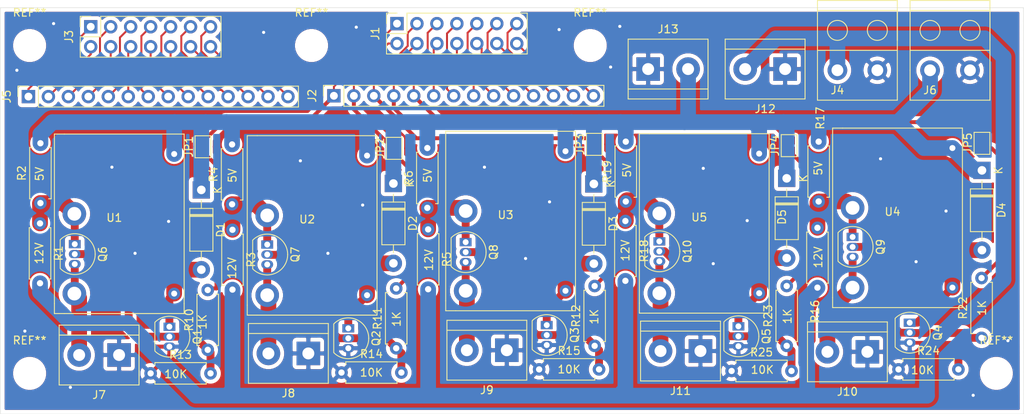
<source format=kicad_pcb>
(kicad_pcb (version 20171130) (host pcbnew "(5.1.9)-1")
  (layers (0 F.Cu signal) (31 B.Cu signal) (34 B.Paste user) (35 F.Paste user) (36 B.SilkS user) (37 F.SilkS user) (38 B.Mask user) (39 F.Mask user) (44 Edge.Cuts user))
  (net 0 "")
  (net 1 "Net-(D1-Pad2)")
  (net 2 +5V)
  (net 3 "Net-(D2-Pad2)")
  (net 4 "Net-(D3-Pad2)")
  (net 5 "Net-(D4-Pad2)")
  (net 6 "Net-(D5-Pad2)")
  (net 7 /sigA14)
  (net 8 /sigA13)
  (net 9 /sigA12)
  (net 10 /sigA11)
  (net 11 /sigA10)
  (net 12 /sigA9)
  (net 13 /sigA8)
  (net 14 /sigA7)
  (net 15 /sigA6)
  (net 16 /sigA5)
  (net 17 /sigA4)
  (net 18 /sigA3)
  (net 19 /sigA2)
  (net 20 /sigA1)
  (net 21 /sigB1)
  (net 22 /sigB2)
  (net 23 /sigB3)
  (net 24 /sigB4)
  (net 25 /sigB5)
  (net 26 /sigB6)
  (net 27 /sigB7)
  (net 28 /sigB8)
  (net 29 /sigB9)
  (net 30 /sigB10)
  (net 31 /sigB11)
  (net 32 /sigB12)
  (net 33 /sigB13)
  (net 34 /sigB14)
  (net 35 +12V)
  (net 36 GND)
  (net 37 "Net-(J7-Pad2)")
  (net 38 "Net-(J8-Pad2)")
  (net 39 "Net-(J9-Pad2)")
  (net 40 "Net-(J10-Pad2)")
  (net 41 "Net-(J11-Pad2)")
  (net 42 /RELAY1_CTRL)
  (net 43 /RELAY2_CTRL)
  (net 44 /RELAY3_CTRL)
  (net 45 /RELAY4_CTRL)
  (net 46 /RELAY5_CTRL)
  (net 47 "Net-(Q1-Pad2)")
  (net 48 "Net-(Q2-Pad2)")
  (net 49 "Net-(Q3-Pad2)")
  (net 50 "Net-(Q4-Pad2)")
  (net 51 "Net-(Q10-Pad2)")
  (net 52 "Net-(Q6-Pad1)")
  (net 53 "Net-(Q7-Pad1)")
  (net 54 "Net-(Q8-Pad1)")
  (net 55 "Net-(Q9-Pad1)")
  (net 56 "Net-(Q10-Pad1)")
  (module MountingHole:MountingHole_3.2mm_M3 (layer F.Cu) (at 114.7064 74.3204)
    (fp_text reference REF** (at 0 -4.2) (layer F.SilkS))
    (fp_text value MountingHole_3.2mm_M3)
    (pad 1 np_thru_hole circle (at 0 0) (size 3.2 3.2) (drill 3.2) (layers *.Cu *.Mask))
  )
  (module MountingHole:MountingHole_3.2mm_M3 (layer F.Cu) (at 150.1648 74.3204)
    (fp_text reference REF** (at 0 -4.2) (layer F.SilkS))
    (fp_text value MountingHole_3.2mm_M3)
    (pad 1 np_thru_hole circle (at 0 0) (size 3.2 3.2) (drill 3.2) (layers *.Cu *.Mask))
  )
  (module MountingHole:MountingHole_3.2mm_M3 (layer F.Cu) (at 201.8284 116.078)
    (fp_text reference REF** (at 0 -4.2) (layer F.SilkS))
    (fp_text value MountingHole_3.2mm_M3)
    (pad 1 np_thru_hole circle (at 0 0) (size 3.2 3.2) (drill 3.2) (layers *.Cu *.Mask))
  )
  (module MountingHole:MountingHole_3.2mm_M3 (layer F.Cu) (at 78.8416 116.078)
    (fp_text reference REF** (at 0 -4.2) (layer F.SilkS))
    (fp_text value MountingHole_3.2mm_M3)
    (pad 1 np_thru_hole circle (at 0 0) (size 3.2 3.2) (drill 3.2) (layers *.Cu *.Mask))
  )
  (module MountingHole:MountingHole_3.2mm_M3 (layer F.Cu) (at 78.8416 74.3204)
    (fp_text reference REF** (at 0 -4.2) (layer F.SilkS))
    (fp_text value MountingHole_3.2mm_M3)
    (pad 1 np_thru_hole circle (at 0 0) (size 3.2 3.2) (drill 3.2) (layers *.Cu *.Mask))
  )
  (module Diode_THT:D_DO-41_SOD81_P10.16mm_Horizontal (layer F.Cu) (at 100.6856 92.71 270)
    (fp_text reference D1 (at 5.08 -2.47 90) (layer F.SilkS))
    (fp_text value 1N5818)
    (fp_text user K (at 0 -2.1 90) (layer F.SilkS))
    (pad 2 thru_hole oval (at 10.16 0 270) (size 2.2 2.2) (drill 1.1) (layers *.Cu *.Mask) (net 1 "Net-(D1-Pad2)"))
    (pad 1 thru_hole rect (at 0 0 270) (size 2.2 2.2) (drill 1.1) (layers *.Cu *.Mask) (net 2 +5V))
  )
  (module Diode_THT:D_DO-41_SOD81_P10.16mm_Horizontal (layer F.Cu) (at 125.1204 91.8972 270)
    (fp_text reference D2 (at 5.08 -2.47 90) (layer F.SilkS))
    (fp_text value 1N5818)
    (fp_text user K (at 0 -2.1 90) (layer F.SilkS))
    (pad 1 thru_hole rect (at 0 0 270) (size 2.2 2.2) (drill 1.1) (layers *.Cu *.Mask) (net 2 +5V))
    (pad 2 thru_hole oval (at 10.16 0 270) (size 2.2 2.2) (drill 1.1) (layers *.Cu *.Mask) (net 3 "Net-(D2-Pad2)"))
  )
  (module Diode_THT:D_DO-41_SOD81_P10.16mm_Horizontal (layer F.Cu) (at 150.622 91.948 270)
    (fp_text reference D3 (at 5.08 -2.47 90) (layer F.SilkS))
    (fp_text value 1N5818)
    (fp_text user K (at 0 -2.1 90) (layer F.SilkS))
    (pad 1 thru_hole rect (at 0 0 270) (size 2.2 2.2) (drill 1.1) (layers *.Cu *.Mask) (net 2 +5V))
    (pad 2 thru_hole oval (at 10.16 0 270) (size 2.2 2.2) (drill 1.1) (layers *.Cu *.Mask) (net 4 "Net-(D3-Pad2)"))
  )
  (module Diode_THT:D_DO-41_SOD81_P10.16mm_Horizontal (layer F.Cu) (at 199.9996 90.2208 270)
    (fp_text reference D4 (at 5.08 -2.47 90) (layer F.SilkS))
    (fp_text value 1N5818)
    (fp_text user K (at 0 -2.1 90) (layer F.SilkS))
    (pad 1 thru_hole rect (at 0 0 270) (size 2.2 2.2) (drill 1.1) (layers *.Cu *.Mask) (net 2 +5V))
    (pad 2 thru_hole oval (at 10.16 0 270) (size 2.2 2.2) (drill 1.1) (layers *.Cu *.Mask) (net 5 "Net-(D4-Pad2)"))
  )
  (module Diode_THT:D_DO-41_SOD81_P10.16mm_Horizontal (layer F.Cu) (at 175.1584 91.2368 270)
    (fp_text reference D5 (at 4.9276 0.6096 90) (layer F.SilkS))
    (fp_text value 1N5818)
    (fp_text user K (at 0 -2.1 90) (layer F.SilkS))
    (pad 2 thru_hole oval (at 10.16 0 270) (size 2.2 2.2) (drill 1.1) (layers *.Cu *.Mask) (net 6 "Net-(D5-Pad2)"))
    (pad 1 thru_hole rect (at 0 0 270) (size 2.2 2.2) (drill 1.1) (layers *.Cu *.Mask) (net 2 +5V))
  )
  (module Connector_PinSocket_2.54mm:PinSocket_2x07_P2.54mm_Vertical (layer F.Cu) (at 125.5776 71.5264 90)
    (fp_text reference J1 (at -1.27 -2.77 90) (layer F.SilkS))
    (fp_text value Conn_02x07_Odd_Even)
    (pad 14 thru_hole oval (at -2.54 15.24 90) (size 1.7 1.7) (drill 1) (layers *.Cu *.Mask) (net 7 /sigA14))
    (pad 13 thru_hole oval (at 0 15.24 90) (size 1.7 1.7) (drill 1) (layers *.Cu *.Mask) (net 8 /sigA13))
    (pad 12 thru_hole oval (at -2.54 12.7 90) (size 1.7 1.7) (drill 1) (layers *.Cu *.Mask) (net 9 /sigA12))
    (pad 11 thru_hole oval (at 0 12.7 90) (size 1.7 1.7) (drill 1) (layers *.Cu *.Mask) (net 10 /sigA11))
    (pad 10 thru_hole oval (at -2.54 10.16 90) (size 1.7 1.7) (drill 1) (layers *.Cu *.Mask) (net 11 /sigA10))
    (pad 9 thru_hole oval (at 0 10.16 90) (size 1.7 1.7) (drill 1) (layers *.Cu *.Mask) (net 12 /sigA9))
    (pad 8 thru_hole oval (at -2.54 7.62 90) (size 1.7 1.7) (drill 1) (layers *.Cu *.Mask) (net 13 /sigA8))
    (pad 7 thru_hole oval (at 0 7.62 90) (size 1.7 1.7) (drill 1) (layers *.Cu *.Mask) (net 14 /sigA7))
    (pad 6 thru_hole oval (at -2.54 5.08 90) (size 1.7 1.7) (drill 1) (layers *.Cu *.Mask) (net 15 /sigA6))
    (pad 5 thru_hole oval (at 0 5.08 90) (size 1.7 1.7) (drill 1) (layers *.Cu *.Mask) (net 16 /sigA5))
    (pad 4 thru_hole oval (at -2.54 2.54 90) (size 1.7 1.7) (drill 1) (layers *.Cu *.Mask) (net 17 /sigA4))
    (pad 3 thru_hole oval (at 0 2.54 90) (size 1.7 1.7) (drill 1) (layers *.Cu *.Mask) (net 18 /sigA3))
    (pad 2 thru_hole oval (at -2.54 0 90) (size 1.7 1.7) (drill 1) (layers *.Cu *.Mask) (net 19 /sigA2))
    (pad 1 thru_hole rect (at 0 0 90) (size 1.7 1.7) (drill 1) (layers *.Cu *.Mask) (net 20 /sigA1))
  )
  (module Connector_PinSocket_2.54mm:PinSocket_1x14_P2.54mm_Vertical (layer F.Cu) (at 117.5512 80.7212 90)
    (fp_text reference J2 (at 0 -2.77 90) (layer F.SilkS))
    (fp_text value Conn_01x14)
    (pad 1 thru_hole rect (at 0 0 90) (size 1.7 1.7) (drill 1) (layers *.Cu *.Mask) (net 20 /sigA1))
    (pad 2 thru_hole oval (at 0 2.54 90) (size 1.7 1.7) (drill 1) (layers *.Cu *.Mask) (net 19 /sigA2))
    (pad 3 thru_hole oval (at 0 5.08 90) (size 1.7 1.7) (drill 1) (layers *.Cu *.Mask) (net 18 /sigA3))
    (pad 4 thru_hole oval (at 0 7.62 90) (size 1.7 1.7) (drill 1) (layers *.Cu *.Mask) (net 17 /sigA4))
    (pad 5 thru_hole oval (at 0 10.16 90) (size 1.7 1.7) (drill 1) (layers *.Cu *.Mask) (net 16 /sigA5))
    (pad 6 thru_hole oval (at 0 12.7 90) (size 1.7 1.7) (drill 1) (layers *.Cu *.Mask) (net 15 /sigA6))
    (pad 7 thru_hole oval (at 0 15.24 90) (size 1.7 1.7) (drill 1) (layers *.Cu *.Mask) (net 14 /sigA7))
    (pad 8 thru_hole oval (at 0 17.78 90) (size 1.7 1.7) (drill 1) (layers *.Cu *.Mask) (net 13 /sigA8))
    (pad 9 thru_hole oval (at 0 20.32 90) (size 1.7 1.7) (drill 1) (layers *.Cu *.Mask) (net 12 /sigA9))
    (pad 10 thru_hole oval (at 0 22.86 90) (size 1.7 1.7) (drill 1) (layers *.Cu *.Mask) (net 11 /sigA10))
    (pad 11 thru_hole oval (at 0 25.4 90) (size 1.7 1.7) (drill 1) (layers *.Cu *.Mask) (net 10 /sigA11))
    (pad 12 thru_hole oval (at 0 27.94 90) (size 1.7 1.7) (drill 1) (layers *.Cu *.Mask) (net 9 /sigA12))
    (pad 13 thru_hole oval (at 0 30.48 90) (size 1.7 1.7) (drill 1) (layers *.Cu *.Mask) (net 8 /sigA13))
    (pad 14 thru_hole oval (at 0 33.02 90) (size 1.7 1.7) (drill 1) (layers *.Cu *.Mask) (net 7 /sigA14))
  )
  (module Connector_PinSocket_2.54mm:PinSocket_2x07_P2.54mm_Vertical (layer F.Cu) (at 86.614 71.9328 90)
    (fp_text reference J3 (at -1.27 -2.77 90) (layer F.SilkS))
    (fp_text value Conn_02x07_Odd_Even)
    (pad 1 thru_hole rect (at 0 0 90) (size 1.7 1.7) (drill 1) (layers *.Cu *.Mask) (net 21 /sigB1))
    (pad 2 thru_hole oval (at -2.54 0 90) (size 1.7 1.7) (drill 1) (layers *.Cu *.Mask) (net 22 /sigB2))
    (pad 3 thru_hole oval (at 0 2.54 90) (size 1.7 1.7) (drill 1) (layers *.Cu *.Mask) (net 23 /sigB3))
    (pad 4 thru_hole oval (at -2.54 2.54 90) (size 1.7 1.7) (drill 1) (layers *.Cu *.Mask) (net 24 /sigB4))
    (pad 5 thru_hole oval (at 0 5.08 90) (size 1.7 1.7) (drill 1) (layers *.Cu *.Mask) (net 25 /sigB5))
    (pad 6 thru_hole oval (at -2.54 5.08 90) (size 1.7 1.7) (drill 1) (layers *.Cu *.Mask) (net 26 /sigB6))
    (pad 7 thru_hole oval (at 0 7.62 90) (size 1.7 1.7) (drill 1) (layers *.Cu *.Mask) (net 27 /sigB7))
    (pad 8 thru_hole oval (at -2.54 7.62 90) (size 1.7 1.7) (drill 1) (layers *.Cu *.Mask) (net 28 /sigB8))
    (pad 9 thru_hole oval (at 0 10.16 90) (size 1.7 1.7) (drill 1) (layers *.Cu *.Mask) (net 29 /sigB9))
    (pad 10 thru_hole oval (at -2.54 10.16 90) (size 1.7 1.7) (drill 1) (layers *.Cu *.Mask) (net 30 /sigB10))
    (pad 11 thru_hole oval (at 0 12.7 90) (size 1.7 1.7) (drill 1) (layers *.Cu *.Mask) (net 31 /sigB11))
    (pad 12 thru_hole oval (at -2.54 12.7 90) (size 1.7 1.7) (drill 1) (layers *.Cu *.Mask) (net 32 /sigB12))
    (pad 13 thru_hole oval (at 0 15.24 90) (size 1.7 1.7) (drill 1) (layers *.Cu *.Mask) (net 33 /sigB13))
    (pad 14 thru_hole oval (at -2.54 15.24 90) (size 1.7 1.7) (drill 1) (layers *.Cu *.Mask) (net 34 /sigB14))
  )
  (module Connector_PinSocket_2.54mm:PinSocket_1x14_P2.54mm_Vertical (layer F.Cu) (at 78.6892 80.8228 90)
    (fp_text reference J5 (at 0 -2.77 90) (layer F.SilkS))
    (fp_text value Conn_01x14)
    (pad 14 thru_hole oval (at 0 33.02 90) (size 1.7 1.7) (drill 1) (layers *.Cu *.Mask) (net 34 /sigB14))
    (pad 13 thru_hole oval (at 0 30.48 90) (size 1.7 1.7) (drill 1) (layers *.Cu *.Mask) (net 33 /sigB13))
    (pad 12 thru_hole oval (at 0 27.94 90) (size 1.7 1.7) (drill 1) (layers *.Cu *.Mask) (net 32 /sigB12))
    (pad 11 thru_hole oval (at 0 25.4 90) (size 1.7 1.7) (drill 1) (layers *.Cu *.Mask) (net 31 /sigB11))
    (pad 10 thru_hole oval (at 0 22.86 90) (size 1.7 1.7) (drill 1) (layers *.Cu *.Mask) (net 30 /sigB10))
    (pad 9 thru_hole oval (at 0 20.32 90) (size 1.7 1.7) (drill 1) (layers *.Cu *.Mask) (net 29 /sigB9))
    (pad 8 thru_hole oval (at 0 17.78 90) (size 1.7 1.7) (drill 1) (layers *.Cu *.Mask) (net 28 /sigB8))
    (pad 7 thru_hole oval (at 0 15.24 90) (size 1.7 1.7) (drill 1) (layers *.Cu *.Mask) (net 27 /sigB7))
    (pad 6 thru_hole oval (at 0 12.7 90) (size 1.7 1.7) (drill 1) (layers *.Cu *.Mask) (net 26 /sigB6))
    (pad 5 thru_hole oval (at 0 10.16 90) (size 1.7 1.7) (drill 1) (layers *.Cu *.Mask) (net 25 /sigB5))
    (pad 4 thru_hole oval (at 0 7.62 90) (size 1.7 1.7) (drill 1) (layers *.Cu *.Mask) (net 24 /sigB4))
    (pad 3 thru_hole oval (at 0 5.08 90) (size 1.7 1.7) (drill 1) (layers *.Cu *.Mask) (net 23 /sigB3))
    (pad 2 thru_hole oval (at 0 2.54 90) (size 1.7 1.7) (drill 1) (layers *.Cu *.Mask) (net 22 /sigB2))
    (pad 1 thru_hole rect (at 0 0 90) (size 1.7 1.7) (drill 1) (layers *.Cu *.Mask) (net 21 /sigB1))
  )
  (module Jumper:SolderJumper-2_P1.3mm_Bridged_Pad1.0x1.5mm (layer F.Cu) (at 100.8888 87.2132 90)
    (fp_text reference JP1 (at 0 -1.8 90) (layer F.SilkS))
    (fp_text value SolderJumper_2_Bridged)
    (fp_poly (pts (xy -0.25 -0.3) (xy 0.25 -0.3) (xy 0.25 0.3) (xy -0.25 0.3)) (layer F.Cu) (width 0))
    (pad 1 smd rect (at -0.65 0 90) (size 1 1.5) (layers F.Cu F.Mask) (net 42 /RELAY1_CTRL))
    (pad 2 smd rect (at 0.65 0 90) (size 1 1.5) (layers F.Cu F.Mask) (net 20 /sigA1))
  )
  (module Jumper:SolderJumper-2_P1.3mm_Bridged_Pad1.0x1.5mm (layer F.Cu) (at 125.222 87.4164 90)
    (fp_text reference JP2 (at 0 -1.8 90) (layer F.SilkS))
    (fp_text value SolderJumper_2_Bridged)
    (fp_poly (pts (xy -0.25 -0.3) (xy 0.25 -0.3) (xy 0.25 0.3) (xy -0.25 0.3)) (layer F.Cu) (width 0))
    (pad 2 smd rect (at 0.65 0 90) (size 1 1.5) (layers F.Cu F.Mask) (net 19 /sigA2))
    (pad 1 smd rect (at -0.65 0 90) (size 1 1.5) (layers F.Cu F.Mask) (net 43 /RELAY2_CTRL))
  )
  (module Jumper:SolderJumper-2_P1.3mm_Bridged_Pad1.0x1.5mm (layer F.Cu) (at 150.6728 86.9084 90)
    (fp_text reference JP3 (at 0 -1.8 90) (layer F.SilkS))
    (fp_text value SolderJumper_2_Bridged)
    (fp_poly (pts (xy -0.25 -0.3) (xy 0.25 -0.3) (xy 0.25 0.3) (xy -0.25 0.3)) (layer F.Cu) (width 0))
    (pad 1 smd rect (at -0.65 0 90) (size 1 1.5) (layers F.Cu F.Mask) (net 44 /RELAY3_CTRL))
    (pad 2 smd rect (at 0.65 0 90) (size 1 1.5) (layers F.Cu F.Mask) (net 18 /sigA3))
  )
  (module Jumper:SolderJumper-2_P1.3mm_Bridged_Pad1.0x1.5mm (layer F.Cu) (at 175.4632 87.0712 90)
    (fp_text reference JP4 (at 0 -1.8 90) (layer F.SilkS))
    (fp_text value SolderJumper_2_Bridged)
    (fp_poly (pts (xy -0.25 -0.3) (xy 0.25 -0.3) (xy 0.25 0.3) (xy -0.25 0.3)) (layer F.Cu) (width 0))
    (pad 2 smd rect (at 0.65 0 90) (size 1 1.5) (layers F.Cu F.Mask) (net 17 /sigA4))
    (pad 1 smd rect (at -0.65 0 90) (size 1 1.5) (layers F.Cu F.Mask) (net 45 /RELAY4_CTRL))
  )
  (module Jumper:SolderJumper-2_P1.3mm_Bridged_Pad1.0x1.5mm (layer F.Cu) (at 199.9996 86.7768 90)
    (fp_text reference JP5 (at 0 -1.8 90) (layer F.SilkS))
    (fp_text value SolderJumper_2_Bridged)
    (fp_poly (pts (xy -0.25 -0.3) (xy 0.25 -0.3) (xy 0.25 0.3) (xy -0.25 0.3)) (layer F.Cu) (width 0))
    (pad 1 smd rect (at -0.65 0 90) (size 1 1.5) (layers F.Cu F.Mask) (net 46 /RELAY5_CTRL))
    (pad 2 smd rect (at 0.65 0 90) (size 1 1.5) (layers F.Cu F.Mask) (net 16 /sigA5))
  )
  (module Package_TO_SOT_THT:TO-92_Inline (layer F.Cu) (at 96.6216 110.1344 270)
    (fp_text reference Q1 (at 1.27 -3.56 90) (layer F.SilkS))
    (fp_text value BC337)
    (pad 1 thru_hole rect (at 0 0 270) (size 1.05 1.5) (drill 0.75) (layers *.Cu *.Mask) (net 1 "Net-(D1-Pad2)"))
    (pad 3 thru_hole oval (at 2.54 0 270) (size 1.05 1.5) (drill 0.75) (layers *.Cu *.Mask) (net 36 GND))
    (pad 2 thru_hole oval (at 1.27 0 270) (size 1.05 1.5) (drill 0.75) (layers *.Cu *.Mask) (net 47 "Net-(Q1-Pad2)"))
  )
  (module Package_TO_SOT_THT:TO-92_Inline (layer F.Cu) (at 119.38 110.3376 270)
    (fp_text reference Q2 (at 1.27 -3.56 90) (layer F.SilkS))
    (fp_text value BC337)
    (pad 2 thru_hole oval (at 1.27 0 270) (size 1.05 1.5) (drill 0.75) (layers *.Cu *.Mask) (net 48 "Net-(Q2-Pad2)"))
    (pad 3 thru_hole oval (at 2.54 0 270) (size 1.05 1.5) (drill 0.75) (layers *.Cu *.Mask) (net 36 GND))
    (pad 1 thru_hole rect (at 0 0 270) (size 1.05 1.5) (drill 0.75) (layers *.Cu *.Mask) (net 3 "Net-(D2-Pad2)"))
  )
  (module Package_TO_SOT_THT:TO-92_Inline (layer F.Cu) (at 144.6276 109.9312 270)
    (fp_text reference Q3 (at 1.27 -3.56 90) (layer F.SilkS))
    (fp_text value BC337)
    (pad 2 thru_hole oval (at 1.27 0 270) (size 1.05 1.5) (drill 0.75) (layers *.Cu *.Mask) (net 49 "Net-(Q3-Pad2)"))
    (pad 3 thru_hole oval (at 2.54 0 270) (size 1.05 1.5) (drill 0.75) (layers *.Cu *.Mask) (net 36 GND))
    (pad 1 thru_hole rect (at 0 0 270) (size 1.05 1.5) (drill 0.75) (layers *.Cu *.Mask) (net 4 "Net-(D3-Pad2)"))
  )
  (module Package_TO_SOT_THT:TO-92_Inline (layer F.Cu) (at 190.8048 109.6264 270)
    (fp_text reference Q4 (at 1.27 -3.56 90) (layer F.SilkS))
    (fp_text value BC337)
    (pad 1 thru_hole rect (at 0 0 270) (size 1.05 1.5) (drill 0.75) (layers *.Cu *.Mask) (net 5 "Net-(D4-Pad2)"))
    (pad 3 thru_hole oval (at 2.54 0 270) (size 1.05 1.5) (drill 0.75) (layers *.Cu *.Mask) (net 36 GND))
    (pad 2 thru_hole oval (at 1.27 0 270) (size 1.05 1.5) (drill 0.75) (layers *.Cu *.Mask) (net 50 "Net-(Q4-Pad2)"))
  )
  (module Package_TO_SOT_THT:TO-92_Inline (layer F.Cu) (at 169.0116 110.0836 270)
    (fp_text reference Q5 (at 1.27 -3.56 90) (layer F.SilkS))
    (fp_text value BC337)
    (pad 2 thru_hole oval (at 1.27 0 270) (size 1.05 1.5) (drill 0.75) (layers *.Cu *.Mask) (net 51 "Net-(Q10-Pad2)"))
    (pad 3 thru_hole oval (at 2.54 0 270) (size 1.05 1.5) (drill 0.75) (layers *.Cu *.Mask) (net 36 GND))
    (pad 1 thru_hole rect (at 0 0 270) (size 1.05 1.5) (drill 0.75) (layers *.Cu *.Mask) (net 6 "Net-(D5-Pad2)"))
  )
  (module Resistor_THT:R_Axial_DIN0207_L6.3mm_D2.5mm_P7.62mm_Horizontal (layer F.Cu) (at 80.1624 96.9772 270)
    (fp_text reference R1 (at 3.81 -2.37 90) (layer F.SilkS))
    (fp_text value 0)
    (pad 1 thru_hole circle (at 0 0 270) (size 1.6 1.6) (drill 0.8) (layers *.Cu *.Mask) (net 52 "Net-(Q6-Pad1)"))
    (pad 2 thru_hole oval (at 7.62 0 270) (size 1.6 1.6) (drill 0.8) (layers *.Cu *.Mask) (net 35 +12V))
  )
  (module Resistor_THT:R_Axial_DIN0207_L6.3mm_D2.5mm_P7.62mm_Horizontal (layer F.Cu) (at 80.2132 94.3864 90)
    (fp_text reference R2 (at 3.81 -2.37 90) (layer F.SilkS))
    (fp_text value 0)
    (pad 2 thru_hole oval (at 7.62 0 90) (size 1.6 1.6) (drill 0.8) (layers *.Cu *.Mask) (net 2 +5V))
    (pad 1 thru_hole circle (at 0 0 90) (size 1.6 1.6) (drill 0.8) (layers *.Cu *.Mask) (net 52 "Net-(Q6-Pad1)"))
  )
  (module Resistor_THT:R_Axial_DIN0207_L6.3mm_D2.5mm_P7.62mm_Horizontal (layer F.Cu) (at 104.648 97.79 270)
    (fp_text reference R3 (at 3.81 -2.37 90) (layer F.SilkS))
    (fp_text value 0)
    (pad 2 thru_hole oval (at 7.62 0 270) (size 1.6 1.6) (drill 0.8) (layers *.Cu *.Mask) (net 35 +12V))
    (pad 1 thru_hole circle (at 0 0 270) (size 1.6 1.6) (drill 0.8) (layers *.Cu *.Mask) (net 53 "Net-(Q7-Pad1)"))
  )
  (module Resistor_THT:R_Axial_DIN0207_L6.3mm_D2.5mm_P7.62mm_Horizontal (layer F.Cu) (at 104.5972 94.5388 90)
    (fp_text reference R4 (at 3.81 -2.37 90) (layer F.SilkS))
    (fp_text value 0)
    (pad 1 thru_hole circle (at 0 0 90) (size 1.6 1.6) (drill 0.8) (layers *.Cu *.Mask) (net 53 "Net-(Q7-Pad1)"))
    (pad 2 thru_hole oval (at 7.62 0 90) (size 1.6 1.6) (drill 0.8) (layers *.Cu *.Mask) (net 2 +5V))
  )
  (module Resistor_THT:R_Axial_DIN0207_L6.3mm_D2.5mm_P7.62mm_Horizontal (layer F.Cu) (at 129.54 97.7392 270)
    (fp_text reference R5 (at 3.81 -2.37 90) (layer F.SilkS))
    (fp_text value 0)
    (pad 1 thru_hole circle (at 0 0 270) (size 1.6 1.6) (drill 0.8) (layers *.Cu *.Mask) (net 54 "Net-(Q8-Pad1)"))
    (pad 2 thru_hole oval (at 7.62 0 270) (size 1.6 1.6) (drill 0.8) (layers *.Cu *.Mask) (net 35 +12V))
  )
  (module Resistor_THT:R_Axial_DIN0207_L6.3mm_D2.5mm_P7.62mm_Horizontal (layer F.Cu) (at 129.4384 94.996 90)
    (fp_text reference R6 (at 3.81 -2.37 90) (layer F.SilkS))
    (fp_text value 0)
    (pad 2 thru_hole oval (at 7.62 0 90) (size 1.6 1.6) (drill 0.8) (layers *.Cu *.Mask) (net 2 +5V))
    (pad 1 thru_hole circle (at 0 0 90) (size 1.6 1.6) (drill 0.8) (layers *.Cu *.Mask) (net 54 "Net-(Q8-Pad1)"))
  )
  (module Resistor_THT:R_Axial_DIN0207_L6.3mm_D2.5mm_P7.62mm_Horizontal (layer F.Cu) (at 101.4984 113.0808 90)
    (fp_text reference R10 (at 3.81 -2.37 90) (layer F.SilkS))
    (fp_text value 1K)
    (pad 1 thru_hole circle (at 0 0 90) (size 1.6 1.6) (drill 0.8) (layers *.Cu *.Mask) (net 47 "Net-(Q1-Pad2)"))
    (pad 2 thru_hole oval (at 7.62 0 90) (size 1.6 1.6) (drill 0.8) (layers *.Cu *.Mask) (net 42 /RELAY1_CTRL))
  )
  (module Resistor_THT:R_Axial_DIN0207_L6.3mm_D2.5mm_P7.62mm_Horizontal (layer F.Cu) (at 125.476 112.8776 90)
    (fp_text reference R11 (at 3.81 -2.37 90) (layer F.SilkS))
    (fp_text value 1K)
    (pad 1 thru_hole circle (at 0 0 90) (size 1.6 1.6) (drill 0.8) (layers *.Cu *.Mask) (net 48 "Net-(Q2-Pad2)"))
    (pad 2 thru_hole oval (at 7.62 0 90) (size 1.6 1.6) (drill 0.8) (layers *.Cu *.Mask) (net 43 /RELAY2_CTRL))
  )
  (module Resistor_THT:R_Axial_DIN0207_L6.3mm_D2.5mm_P7.62mm_Horizontal (layer F.Cu) (at 150.7236 112.5728 90)
    (fp_text reference R12 (at 3.81 -2.37 90) (layer F.SilkS))
    (fp_text value 1K)
    (pad 2 thru_hole oval (at 7.62 0 90) (size 1.6 1.6) (drill 0.8) (layers *.Cu *.Mask) (net 44 /RELAY3_CTRL))
    (pad 1 thru_hole circle (at 0 0 90) (size 1.6 1.6) (drill 0.8) (layers *.Cu *.Mask) (net 49 "Net-(Q3-Pad2)"))
  )
  (module Resistor_THT:R_Axial_DIN0207_L6.3mm_D2.5mm_P7.62mm_Horizontal (layer F.Cu) (at 94.234 116.078)
    (fp_text reference R13 (at 3.81 -2.37) (layer F.SilkS))
    (fp_text value 10K)
    (pad 1 thru_hole circle (at 0 0) (size 1.6 1.6) (drill 0.8) (layers *.Cu *.Mask) (net 36 GND))
    (pad 2 thru_hole oval (at 7.62 0) (size 1.6 1.6) (drill 0.8) (layers *.Cu *.Mask) (net 47 "Net-(Q1-Pad2)"))
  )
  (module Resistor_THT:R_Axial_DIN0207_L6.3mm_D2.5mm_P7.62mm_Horizontal (layer F.Cu) (at 118.5164 115.9764)
    (fp_text reference R14 (at 3.81 -2.37) (layer F.SilkS))
    (fp_text value 10K)
    (pad 2 thru_hole oval (at 7.62 0) (size 1.6 1.6) (drill 0.8) (layers *.Cu *.Mask) (net 48 "Net-(Q2-Pad2)"))
    (pad 1 thru_hole circle (at 0 0) (size 1.6 1.6) (drill 0.8) (layers *.Cu *.Mask) (net 36 GND))
  )
  (module Resistor_THT:R_Axial_DIN0207_L6.3mm_D2.5mm_P7.62mm_Horizontal (layer F.Cu) (at 143.6624 115.57)
    (fp_text reference R15 (at 3.81 -2.37) (layer F.SilkS))
    (fp_text value 10K)
    (pad 1 thru_hole circle (at 0 0) (size 1.6 1.6) (drill 0.8) (layers *.Cu *.Mask) (net 36 GND))
    (pad 2 thru_hole oval (at 7.62 0) (size 1.6 1.6) (drill 0.8) (layers *.Cu *.Mask) (net 49 "Net-(Q3-Pad2)"))
  )
  (module Resistor_THT:R_Axial_DIN0207_L6.3mm_D2.5mm_P7.62mm_Horizontal (layer F.Cu) (at 179.07 97.536 270)
    (fp_text reference R16 (at 10.6172 0.3048 90) (layer F.SilkS))
    (fp_text value 0)
    (pad 1 thru_hole circle (at 0 0 270) (size 1.6 1.6) (drill 0.8) (layers *.Cu *.Mask) (net 55 "Net-(Q9-Pad1)"))
    (pad 2 thru_hole oval (at 7.62 0 270) (size 1.6 1.6) (drill 0.8) (layers *.Cu *.Mask) (net 35 +12V))
  )
  (module Resistor_THT:R_Axial_DIN0207_L6.3mm_D2.5mm_P7.62mm_Horizontal (layer F.Cu) (at 179.2224 94.1832 90)
    (fp_text reference R17 (at 10.6172 0.2032 90) (layer F.SilkS))
    (fp_text value 0)
    (pad 1 thru_hole circle (at 0 0 90) (size 1.6 1.6) (drill 0.8) (layers *.Cu *.Mask) (net 55 "Net-(Q9-Pad1)"))
    (pad 2 thru_hole oval (at 7.62 0 90) (size 1.6 1.6) (drill 0.8) (layers *.Cu *.Mask) (net 2 +5V))
  )
  (module Resistor_THT:R_Axial_DIN0207_L6.3mm_D2.5mm_P7.62mm_Horizontal (layer F.Cu) (at 154.6352 96.6724 270)
    (fp_text reference R18 (at 3.81 -2.37 90) (layer F.SilkS))
    (fp_text value 0)
    (pad 1 thru_hole circle (at 0 0 270) (size 1.6 1.6) (drill 0.8) (layers *.Cu *.Mask) (net 56 "Net-(Q10-Pad1)"))
    (pad 2 thru_hole oval (at 7.62 0 270) (size 1.6 1.6) (drill 0.8) (layers *.Cu *.Mask) (net 35 +12V))
  )
  (module Resistor_THT:R_Axial_DIN0207_L6.3mm_D2.5mm_P7.62mm_Horizontal (layer F.Cu) (at 154.686 94.1832 90)
    (fp_text reference R19 (at 3.81 -2.37 90) (layer F.SilkS))
    (fp_text value 0)
    (pad 2 thru_hole oval (at 7.62 0 90) (size 1.6 1.6) (drill 0.8) (layers *.Cu *.Mask) (net 2 +5V))
    (pad 1 thru_hole circle (at 0 0 90) (size 1.6 1.6) (drill 0.8) (layers *.Cu *.Mask) (net 56 "Net-(Q10-Pad1)"))
  )
  (module Resistor_THT:R_Axial_DIN0207_L6.3mm_D2.5mm_P7.62mm_Horizontal (layer F.Cu) (at 199.9488 111.5568 90)
    (fp_text reference R22 (at 3.81 -2.37 90) (layer F.SilkS))
    (fp_text value 1K)
    (pad 2 thru_hole oval (at 7.62 0 90) (size 1.6 1.6) (drill 0.8) (layers *.Cu *.Mask) (net 46 /RELAY5_CTRL))
    (pad 1 thru_hole circle (at 0 0 90) (size 1.6 1.6) (drill 0.8) (layers *.Cu *.Mask) (net 50 "Net-(Q4-Pad2)"))
  )
  (module Resistor_THT:R_Axial_DIN0207_L6.3mm_D2.5mm_P7.62mm_Horizontal (layer F.Cu) (at 175.1584 112.5728 90)
    (fp_text reference R23 (at 3.81 -2.37 90) (layer F.SilkS))
    (fp_text value 1K)
    (pad 2 thru_hole oval (at 7.62 0 90) (size 1.6 1.6) (drill 0.8) (layers *.Cu *.Mask) (net 45 /RELAY4_CTRL))
    (pad 1 thru_hole circle (at 0 0 90) (size 1.6 1.6) (drill 0.8) (layers *.Cu *.Mask) (net 51 "Net-(Q10-Pad2)"))
  )
  (module Resistor_THT:R_Axial_DIN0207_L6.3mm_D2.5mm_P7.62mm_Horizontal (layer F.Cu) (at 189.3824 115.57)
    (fp_text reference R24 (at 3.81 -2.37) (layer F.SilkS))
    (fp_text value 10K)
    (pad 1 thru_hole circle (at 0 0) (size 1.6 1.6) (drill 0.8) (layers *.Cu *.Mask) (net 36 GND))
    (pad 2 thru_hole oval (at 7.62 0) (size 1.6 1.6) (drill 0.8) (layers *.Cu *.Mask) (net 50 "Net-(Q4-Pad2)"))
  )
  (module Resistor_THT:R_Axial_DIN0207_L6.3mm_D2.5mm_P7.62mm_Horizontal (layer F.Cu) (at 168.148 115.7732)
    (fp_text reference R25 (at 3.81 -2.37) (layer F.SilkS))
    (fp_text value 10K)
    (pad 1 thru_hole circle (at 0 0) (size 1.6 1.6) (drill 0.8) (layers *.Cu *.Mask) (net 36 GND))
    (pad 2 thru_hole oval (at 7.62 0) (size 1.6 1.6) (drill 0.8) (layers *.Cu *.Mask) (net 51 "Net-(Q10-Pad2)"))
  )
  (module voja-footprints:OMRON-G5CA (layer F.Cu) (at 90.8812 97.028)
    (fp_text reference U1 (at -1.27 -0.77) (layer F.SilkS))
    (fp_text value OMRON-G5CA)
    (pad 1 thru_hole circle (at 6.35 8.89) (size 1.524 1.524) (drill 0.762) (layers *.Cu *.Mask) (net 1 "Net-(D1-Pad2)"))
    (pad 2 thru_hole circle (at 6.35 -8.89) (size 1.524 1.524) (drill 0.762) (layers *.Cu *.Mask) (net 2 +5V))
    (pad 3 thru_hole circle (at -6.35 -1.27) (size 3 3) (drill 1.75) (layers *.Cu *.Mask) (net 52 "Net-(Q6-Pad1)"))
    (pad 4 thru_hole circle (at -6.35 8.89) (size 3 3) (drill 1.75) (layers *.Cu *.Mask) (net 37 "Net-(J7-Pad2)"))
  )
  (module voja-footprints:OMRON-G5CA (layer F.Cu) (at 115.4176 97.2312)
    (fp_text reference U2 (at -1.27 -0.77) (layer F.SilkS))
    (fp_text value OMRON-G5CA)
    (pad 4 thru_hole circle (at -6.35 8.89) (size 3 3) (drill 1.75) (layers *.Cu *.Mask) (net 38 "Net-(J8-Pad2)"))
    (pad 3 thru_hole circle (at -6.35 -1.27) (size 3 3) (drill 1.75) (layers *.Cu *.Mask) (net 53 "Net-(Q7-Pad1)"))
    (pad 2 thru_hole circle (at 6.35 -8.89) (size 1.524 1.524) (drill 0.762) (layers *.Cu *.Mask) (net 2 +5V))
    (pad 1 thru_hole circle (at 6.35 8.89) (size 1.524 1.524) (drill 0.762) (layers *.Cu *.Mask) (net 3 "Net-(D2-Pad2)"))
  )
  (module voja-footprints:OMRON-G5CA (layer F.Cu) (at 140.6652 96.6724)
    (fp_text reference U3 (at -1.27 -0.77) (layer F.SilkS))
    (fp_text value OMRON-G5CA)
    (pad 4 thru_hole circle (at -6.35 8.89) (size 3 3) (drill 1.75) (layers *.Cu *.Mask) (net 39 "Net-(J9-Pad2)"))
    (pad 3 thru_hole circle (at -6.35 -1.27) (size 3 3) (drill 1.75) (layers *.Cu *.Mask) (net 54 "Net-(Q8-Pad1)"))
    (pad 2 thru_hole circle (at 6.35 -8.89) (size 1.524 1.524) (drill 0.762) (layers *.Cu *.Mask) (net 2 +5V))
    (pad 1 thru_hole circle (at 6.35 8.89) (size 1.524 1.524) (drill 0.762) (layers *.Cu *.Mask) (net 4 "Net-(D3-Pad2)"))
  )
  (module voja-footprints:OMRON-G5CA (layer F.Cu) (at 189.8904 96.266)
    (fp_text reference U4 (at -1.27 -0.77) (layer F.SilkS))
    (fp_text value OMRON-G5CA)
    (pad 1 thru_hole circle (at 6.35 8.89) (size 1.524 1.524) (drill 0.762) (layers *.Cu *.Mask) (net 5 "Net-(D4-Pad2)"))
    (pad 2 thru_hole circle (at 6.35 -8.89) (size 1.524 1.524) (drill 0.762) (layers *.Cu *.Mask) (net 2 +5V))
    (pad 3 thru_hole circle (at -6.35 -1.27) (size 3 3) (drill 1.75) (layers *.Cu *.Mask) (net 55 "Net-(Q9-Pad1)"))
    (pad 4 thru_hole circle (at -6.35 8.89) (size 3 3) (drill 1.75) (layers *.Cu *.Mask) (net 40 "Net-(J10-Pad2)"))
  )
  (module voja-footprints:OMRON-G5CA (layer F.Cu) (at 165.3032 96.9772)
    (fp_text reference U5 (at -1.27 -0.77) (layer F.SilkS))
    (fp_text value OMRON-G5CA)
    (pad 1 thru_hole circle (at 6.35 8.89) (size 1.524 1.524) (drill 0.762) (layers *.Cu *.Mask) (net 6 "Net-(D5-Pad2)"))
    (pad 2 thru_hole circle (at 6.35 -8.89) (size 1.524 1.524) (drill 0.762) (layers *.Cu *.Mask) (net 2 +5V))
    (pad 3 thru_hole circle (at -6.35 -1.27) (size 3 3) (drill 1.75) (layers *.Cu *.Mask) (net 56 "Net-(Q10-Pad1)"))
    (pad 4 thru_hole circle (at -6.35 8.89) (size 3 3) (drill 1.75) (layers *.Cu *.Mask) (net 41 "Net-(J11-Pad2)"))
  )
  (module voja-footprints:terminalblock_removable_1x2 (layer F.Cu) (at 184.15 77.47)
    (fp_text reference J4 (at -2.54 2.54) (layer F.SilkS))
    (fp_text value 12V-IN)
    (pad 1 thru_hole circle (at -2.54 0) (size 2.5 2.5) (drill 1.5) (layers *.Cu *.Mask) (net 35 +12V))
    (pad 2 thru_hole circle (at 2.54 0) (size 2.5 2.5) (drill 1.5) (layers *.Cu *.Mask) (net 36 GND))
  )
  (module voja-footprints:terminalblock_removable_1x2 (layer F.Cu) (at 195.9356 77.47)
    (fp_text reference J6 (at -2.54 2.54) (layer F.SilkS))
    (fp_text value 5V-IN)
    (pad 2 thru_hole circle (at 2.54 0) (size 2.5 2.5) (drill 1.5) (layers *.Cu *.Mask) (net 36 GND))
    (pad 1 thru_hole circle (at -2.54 0) (size 2.5 2.5) (drill 1.5) (layers *.Cu *.Mask) (net 2 +5V))
  )
  (module TerminalBlock:TerminalBlock_bornier-2_P5.08mm (layer F.Cu) (at 90.2208 113.7412 180)
    (fp_text reference J7 (at 2.54 -5.08) (layer F.SilkS))
    (fp_text value PWR_OUT1)
    (pad 2 thru_hole circle (at 5.08 0 180) (size 3 3) (drill 1.52) (layers *.Cu *.Mask) (net 37 "Net-(J7-Pad2)"))
    (pad 1 thru_hole rect (at 0 0 180) (size 3 3) (drill 1.52) (layers *.Cu *.Mask) (net 36 GND))
  )
  (module TerminalBlock:TerminalBlock_bornier-2_P5.08mm (layer F.Cu) (at 114.3 113.538 180)
    (fp_text reference J8 (at 2.54 -5.08) (layer F.SilkS))
    (fp_text value PWR_OUT2)
    (pad 1 thru_hole rect (at 0 0 180) (size 3 3) (drill 1.52) (layers *.Cu *.Mask) (net 36 GND))
    (pad 2 thru_hole circle (at 5.08 0 180) (size 3 3) (drill 1.52) (layers *.Cu *.Mask) (net 38 "Net-(J8-Pad2)"))
  )
  (module TerminalBlock:TerminalBlock_bornier-2_P5.08mm (layer F.Cu) (at 139.5476 113.1316 180)
    (fp_text reference J9 (at 2.54 -5.08) (layer F.SilkS))
    (fp_text value PWR_OUT3)
    (pad 1 thru_hole rect (at 0 0 180) (size 3 3) (drill 1.52) (layers *.Cu *.Mask) (net 36 GND))
    (pad 2 thru_hole circle (at 5.08 0 180) (size 3 3) (drill 1.52) (layers *.Cu *.Mask) (net 39 "Net-(J9-Pad2)"))
  )
  (module TerminalBlock:TerminalBlock_bornier-2_P5.08mm (layer F.Cu) (at 185.42 113.3348 180)
    (fp_text reference J10 (at 2.54 -5.08) (layer F.SilkS))
    (fp_text value PWR_OUT5)
    (pad 1 thru_hole rect (at 0 0 180) (size 3 3) (drill 1.52) (layers *.Cu *.Mask) (net 36 GND))
    (pad 2 thru_hole circle (at 5.08 0 180) (size 3 3) (drill 1.52) (layers *.Cu *.Mask) (net 40 "Net-(J10-Pad2)"))
  )
  (module TerminalBlock:TerminalBlock_bornier-2_P5.08mm (layer F.Cu) (at 164.1856 113.2332 180)
    (fp_text reference J11 (at 2.54 -5.08) (layer F.SilkS))
    (fp_text value PWR_OUT4)
    (pad 2 thru_hole circle (at 5.08 0 180) (size 3 3) (drill 1.52) (layers *.Cu *.Mask) (net 41 "Net-(J11-Pad2)"))
    (pad 1 thru_hole rect (at 0 0 180) (size 3 3) (drill 1.52) (layers *.Cu *.Mask) (net 36 GND))
  )
  (module TerminalBlock:TerminalBlock_bornier-2_P5.08mm (layer F.Cu) (at 174.9552 77.3176 180)
    (fp_text reference J12 (at 2.54 -5.08) (layer F.SilkS))
    (fp_text value PWR12)
    (pad 2 thru_hole circle (at 5.08 0 180) (size 3 3) (drill 1.52) (layers *.Cu *.Mask) (net 35 +12V))
    (pad 1 thru_hole rect (at 0 0 180) (size 3 3) (drill 1.52) (layers *.Cu *.Mask) (net 36 GND))
  )
  (module TerminalBlock:TerminalBlock_bornier-2_P5.08mm (layer F.Cu) (at 157.5308 77.3176)
    (fp_text reference J13 (at 2.54 -5.08) (layer F.SilkS))
    (fp_text value PWR5)
    (pad 1 thru_hole rect (at 0 0) (size 3 3) (drill 1.52) (layers *.Cu *.Mask) (net 36 GND))
    (pad 2 thru_hole circle (at 5.08 0) (size 3 3) (drill 1.52) (layers *.Cu *.Mask) (net 2 +5V))
  )
  (module Package_TO_SOT_THT:TO-92_Inline (layer F.Cu) (at 84.582 99.6188 270)
    (fp_text reference Q6 (at 1.27 -3.56 90) (layer F.SilkS))
    (fp_text value BC337)
    (pad 1 thru_hole rect (at 0 0 270) (size 1.05 1.5) (drill 0.75) (layers *.Cu *.Mask) (net 52 "Net-(Q6-Pad1)"))
    (pad 3 thru_hole oval (at 2.54 0 270) (size 1.05 1.5) (drill 0.75) (layers *.Cu *.Mask) (net 37 "Net-(J7-Pad2)"))
    (pad 2 thru_hole oval (at 1.27 0 270) (size 1.05 1.5) (drill 0.75) (layers *.Cu *.Mask) (net 47 "Net-(Q1-Pad2)"))
  )
  (module Package_TO_SOT_THT:TO-92_Inline (layer F.Cu) (at 109.0676 99.6696 270)
    (fp_text reference Q7 (at 1.27 -3.56 90) (layer F.SilkS))
    (fp_text value BC337)
    (pad 1 thru_hole rect (at 0 0 270) (size 1.05 1.5) (drill 0.75) (layers *.Cu *.Mask) (net 53 "Net-(Q7-Pad1)"))
    (pad 3 thru_hole oval (at 2.54 0 270) (size 1.05 1.5) (drill 0.75) (layers *.Cu *.Mask) (net 38 "Net-(J8-Pad2)"))
    (pad 2 thru_hole oval (at 1.27 0 270) (size 1.05 1.5) (drill 0.75) (layers *.Cu *.Mask) (net 48 "Net-(Q2-Pad2)"))
  )
  (module Package_TO_SOT_THT:TO-92_Inline (layer F.Cu) (at 134.3152 99.3648 270)
    (fp_text reference Q8 (at 1.27 -3.56 90) (layer F.SilkS))
    (fp_text value BC337)
    (pad 2 thru_hole oval (at 1.27 0 270) (size 1.05 1.5) (drill 0.75) (layers *.Cu *.Mask) (net 49 "Net-(Q3-Pad2)"))
    (pad 3 thru_hole oval (at 2.54 0 270) (size 1.05 1.5) (drill 0.75) (layers *.Cu *.Mask) (net 39 "Net-(J9-Pad2)"))
    (pad 1 thru_hole rect (at 0 0 270) (size 1.05 1.5) (drill 0.75) (layers *.Cu *.Mask) (net 54 "Net-(Q8-Pad1)"))
  )
  (module Package_TO_SOT_THT:TO-92_Inline (layer F.Cu) (at 183.5404 98.7044 270)
    (fp_text reference Q9 (at 1.27 -3.56 90) (layer F.SilkS))
    (fp_text value BC337)
    (pad 2 thru_hole oval (at 1.27 0 270) (size 1.05 1.5) (drill 0.75) (layers *.Cu *.Mask) (net 50 "Net-(Q4-Pad2)"))
    (pad 3 thru_hole oval (at 2.54 0 270) (size 1.05 1.5) (drill 0.75) (layers *.Cu *.Mask) (net 40 "Net-(J10-Pad2)"))
    (pad 1 thru_hole rect (at 0 0 270) (size 1.05 1.5) (drill 0.75) (layers *.Cu *.Mask) (net 55 "Net-(Q9-Pad1)"))
  )
  (module Package_TO_SOT_THT:TO-92_Inline (layer F.Cu) (at 158.9532 99.2632 270)
    (fp_text reference Q10 (at 1.27 -3.56 90) (layer F.SilkS))
    (fp_text value BC337)
    (pad 2 thru_hole oval (at 1.27 0 270) (size 1.05 1.5) (drill 0.75) (layers *.Cu *.Mask) (net 51 "Net-(Q10-Pad2)"))
    (pad 3 thru_hole oval (at 2.54 0 270) (size 1.05 1.5) (drill 0.75) (layers *.Cu *.Mask) (net 41 "Net-(J11-Pad2)"))
    (pad 1 thru_hole rect (at 0 0 270) (size 1.05 1.5) (drill 0.75) (layers *.Cu *.Mask) (net 56 "Net-(Q10-Pad1)"))
  )
  (gr_line (start 205.2828 69.4944) (end 75.1332 69.4944) (layer Edge.Cuts) (width 0.05))
  (gr_line (start 205.3336 121.2596) (end 205.2828 69.4944) (layer Edge.Cuts) (width 0.05))
  (gr_line (start 75.1332 121.2596) (end 205.3336 121.2596) (layer Edge.Cuts) (width 0.05))
  (gr_line (start 75.1332 69.4944) (end 75.1332 121.2596) (layer Edge.Cuts) (width 0.05))
  (gr_text 1K (at 199.9996 107.7468 90) (layer F.SilkS) (effects (font (size 1 1))))
  (gr_text 1K (at 125.5268 109.1692 90) (layer F.SilkS) (effects (font (size 1 1))))
  (gr_text 1K (at 150.6728 108.8644 90) (layer F.SilkS) (effects (font (size 1 1))))
  (gr_text 1K (at 100.838 109.5248 90) (layer F.SilkS) (effects (font (size 1 1))))
  (gr_text 1K (at 175.26 108.8136 90) (layer F.SilkS) (effects (font (size 1 1))))
  (gr_text 10K (at 97.4344 116.1796) (layer F.SilkS) (effects (font (size 1 1))))
  (gr_text 10K (at 172.0596 115.6208) (layer F.SilkS) (effects (font (size 1 1))))
  (gr_text 10K (at 147.4724 115.57) (layer F.SilkS) (effects (font (size 1 1))))
  (gr_text 10K (at 122.3264 115.9764) (layer F.SilkS) (effects (font (size 1 1))))
  (gr_text 10K (at 192.4304 115.6716) (layer F.SilkS) (effects (font (size 1 1))))
  (gr_text 5V (at 179.1716 89.9668 90) (layer F.SilkS) (effects (font (size 1 1))))
  (gr_text 5V (at 104.648 90.8812 90) (layer F.SilkS) (effects (font (size 1 1))))
  (gr_text 5V (at 129.4892 90.8812 90) (layer F.SilkS) (effects (font (size 1 1))))
  (gr_text 5V (at 154.8384 90.2208 90) (layer F.SilkS) (effects (font (size 1 1))))
  (gr_text 5V (at 80.1116 90.678 90) (layer F.SilkS) (effects (font (size 1 1))))
  (gr_text 12V (at 80.0608 100.7872 90) (layer F.SilkS) (effects (font (size 1 1))))
  (gr_text 12V (at 154.6352 100.4316 90) (layer F.SilkS) (effects (font (size 1 1))))
  (gr_text 12V (at 129.6416 101.6508 90) (layer F.SilkS) (effects (font (size 1 1))))
  (gr_text 12V (at 104.5972 102.6668 90) (layer F.SilkS) (effects (font (size 1 1))))
  (gr_text 12V (at 179.1716 101.2952 90) (layer F.SilkS) (effects (font (size 1 1))))
  (segment (start 97.2312 105.918) (end 97.2312 103.5304) (width 2) (layer F.Cu) (net 1))
  (segment (start 97.8916 102.87) (end 100.6856 102.87) (width 2) (layer F.Cu) (net 1))
  (segment (start 97.2312 103.5304) (end 97.8916 102.87) (width 2) (layer F.Cu) (net 1))
  (segment (start 96.6216 106.5276) (end 97.2312 105.918) (width 1) (layer F.Cu) (net 1))
  (segment (start 96.6216 110.1344) (end 96.6216 106.5276) (width 1) (layer F.Cu) (net 1))
  (segment (start 125.1204 91.8972) (end 125.1204 91.694) (width 2) (layer B.Cu) (net 2))
  (segment (start 193.3956 80.01) (end 193.3956 77.47) (width 2) (layer B.Cu) (net 2))
  (segment (start 189.3316 84.074) (end 193.3956 80.01) (width 2) (layer B.Cu) (net 2))
  (segment (start 162.6108 77.3176) (end 162.6108 83.6168) (width 2) (layer B.Cu) (net 2))
  (segment (start 162.6108 83.6168) (end 162.1536 84.074) (width 2) (layer B.Cu) (net 2))
  (segment (start 154.686 86.5632) (end 154.686 84.7344) (width 2) (layer B.Cu) (net 2))
  (segment (start 154.686 84.7344) (end 154.0256 84.074) (width 2) (layer B.Cu) (net 2))
  (segment (start 154.0256 84.074) (end 162.1536 84.074) (width 2) (layer B.Cu) (net 2))
  (segment (start 150.622 84.7344) (end 151.2824 84.074) (width 2) (layer B.Cu) (net 2))
  (segment (start 150.622 91.948) (end 150.622 84.7344) (width 2) (layer B.Cu) (net 2))
  (segment (start 151.2824 84.074) (end 154.0256 84.074) (width 2) (layer B.Cu) (net 2))
  (segment (start 147.0152 84.836) (end 147.7772 84.074) (width 2) (layer B.Cu) (net 2))
  (segment (start 147.0152 87.7824) (end 147.0152 84.836) (width 2) (layer B.Cu) (net 2))
  (segment (start 147.7772 84.074) (end 151.2824 84.074) (width 2) (layer B.Cu) (net 2))
  (segment (start 129.4384 84.2772) (end 129.6416 84.074) (width 2) (layer B.Cu) (net 2))
  (segment (start 129.6416 84.074) (end 147.7772 84.074) (width 2) (layer B.Cu) (net 2))
  (segment (start 129.4384 87.376) (end 129.4384 84.2772) (width 2) (layer B.Cu) (net 2))
  (segment (start 125.1204 84.6836) (end 124.5108 84.074) (width 2) (layer B.Cu) (net 2))
  (segment (start 125.1204 91.8972) (end 125.1204 84.6836) (width 2) (layer B.Cu) (net 2))
  (segment (start 124.5108 84.074) (end 129.6416 84.074) (width 2) (layer B.Cu) (net 2))
  (segment (start 121.7676 84.582) (end 121.2596 84.074) (width 2) (layer B.Cu) (net 2))
  (segment (start 121.7676 88.3412) (end 121.7676 84.582) (width 2) (layer B.Cu) (net 2))
  (segment (start 121.2596 84.074) (end 124.5108 84.074) (width 2) (layer B.Cu) (net 2))
  (segment (start 104.5972 84.7852) (end 103.886 84.074) (width 2) (layer B.Cu) (net 2))
  (segment (start 104.5972 86.9188) (end 104.5972 84.7852) (width 2) (layer B.Cu) (net 2))
  (segment (start 103.886 84.074) (end 121.2596 84.074) (width 2) (layer B.Cu) (net 2))
  (segment (start 199.0852 90.2208) (end 196.2404 87.376) (width 2) (layer B.Cu) (net 2))
  (segment (start 199.9996 90.2208) (end 199.0852 90.2208) (width 2) (layer B.Cu) (net 2))
  (segment (start 192.6336 87.376) (end 189.3316 84.074) (width 2) (layer B.Cu) (net 2))
  (segment (start 196.2404 87.376) (end 192.6336 87.376) (width 2) (layer B.Cu) (net 2))
  (segment (start 80.2132 85.598) (end 80.2132 86.7664) (width 2) (layer B.Cu) (net 2))
  (segment (start 81.7372 84.074) (end 80.2132 85.598) (width 2) (layer B.Cu) (net 2))
  (segment (start 175.1584 84.4804) (end 174.752 84.074) (width 2) (layer B.Cu) (net 2))
  (segment (start 175.1584 91.2368) (end 175.1584 84.4804) (width 2) (layer B.Cu) (net 2))
  (segment (start 171.6532 84.7852) (end 170.942 84.074) (width 2) (layer B.Cu) (net 2))
  (segment (start 171.6532 88.0872) (end 171.6532 84.7852) (width 2) (layer B.Cu) (net 2))
  (segment (start 170.942 84.074) (end 174.752 84.074) (width 2) (layer B.Cu) (net 2))
  (segment (start 162.1536 84.074) (end 170.942 84.074) (width 2) (layer B.Cu) (net 2))
  (segment (start 179.2224 84.4804) (end 178.816 84.074) (width 2) (layer B.Cu) (net 2))
  (segment (start 179.2224 86.5632) (end 179.2224 84.4804) (width 2) (layer B.Cu) (net 2))
  (segment (start 178.816 84.074) (end 189.3316 84.074) (width 2) (layer B.Cu) (net 2))
  (segment (start 174.752 84.074) (end 178.816 84.074) (width 2) (layer B.Cu) (net 2))
  (segment (start 97.2312 84.1248) (end 97.282 84.074) (width 2) (layer B.Cu) (net 2))
  (segment (start 97.2312 88.138) (end 97.2312 84.1248) (width 2) (layer B.Cu) (net 2))
  (segment (start 97.282 84.074) (end 81.7372 84.074) (width 2) (layer B.Cu) (net 2))
  (segment (start 100.6856 84.6328) (end 101.2444 84.074) (width 2) (layer B.Cu) (net 2))
  (segment (start 100.6856 92.71) (end 100.6856 84.6328) (width 2) (layer B.Cu) (net 2))
  (segment (start 101.2444 84.074) (end 97.282 84.074) (width 2) (layer B.Cu) (net 2))
  (segment (start 103.886 84.074) (end 101.2444 84.074) (width 2) (layer B.Cu) (net 2))
  (segment (start 121.7676 106.1212) (end 121.7676 103.3272) (width 2) (layer F.Cu) (net 3))
  (segment (start 123.0376 102.0572) (end 125.1204 102.0572) (width 2) (layer F.Cu) (net 3))
  (segment (start 121.7676 103.3272) (end 123.0376 102.0572) (width 2) (layer F.Cu) (net 3))
  (segment (start 119.38 108.5088) (end 121.7676 106.1212) (width 1) (layer F.Cu) (net 3))
  (segment (start 119.38 110.3376) (end 119.38 108.5088) (width 1) (layer F.Cu) (net 3))
  (segment (start 147.0152 105.5624) (end 147.0152 103.5304) (width 2) (layer F.Cu) (net 4))
  (segment (start 148.4376 102.108) (end 150.622 102.108) (width 2) (layer F.Cu) (net 4))
  (segment (start 147.0152 103.5304) (end 148.4376 102.108) (width 2) (layer F.Cu) (net 4))
  (segment (start 144.6276 107.95) (end 147.0152 105.5624) (width 1) (layer F.Cu) (net 4))
  (segment (start 144.6276 109.9312) (end 144.6276 107.95) (width 1) (layer F.Cu) (net 4))
  (segment (start 196.2404 105.156) (end 196.2404 101.2952) (width 2) (layer F.Cu) (net 5))
  (segment (start 197.1548 100.3808) (end 199.9996 100.3808) (width 2) (layer F.Cu) (net 5))
  (segment (start 196.2404 101.2952) (end 197.1548 100.3808) (width 2) (layer F.Cu) (net 5))
  (segment (start 191.77 109.6264) (end 196.2404 105.156) (width 1) (layer F.Cu) (net 5))
  (segment (start 190.8048 109.6264) (end 191.77 109.6264) (width 1) (layer F.Cu) (net 5))
  (segment (start 171.6532 105.8672) (end 171.6532 102.9208) (width 2) (layer F.Cu) (net 6))
  (segment (start 173.1772 101.3968) (end 175.1584 101.3968) (width 2) (layer F.Cu) (net 6))
  (segment (start 171.6532 102.9208) (end 173.1772 101.3968) (width 2) (layer F.Cu) (net 6))
  (segment (start 169.0116 108.5088) (end 171.6532 105.8672) (width 1) (layer F.Cu) (net 6))
  (segment (start 169.0116 110.0836) (end 169.0116 108.5088) (width 1) (layer F.Cu) (net 6))
  (segment (start 150.5712 80.7212) (end 147.7264 77.8764) (width 0.25) (layer F.Cu) (net 7))
  (segment (start 144.6276 77.8764) (end 140.8176 74.0664) (width 0.25) (layer F.Cu) (net 7))
  (segment (start 147.7264 77.8764) (end 144.6276 77.8764) (width 0.25) (layer F.Cu) (net 7))
  (segment (start 139.642599 72.701401) (end 140.8176 71.5264) (width 0.25) (layer F.Cu) (net 8))
  (segment (start 139.642599 74.770999) (end 139.642599 72.701401) (width 0.25) (layer F.Cu) (net 8))
  (segment (start 143.36479 78.49319) (end 139.642599 74.770999) (width 0.25) (layer F.Cu) (net 8))
  (segment (start 145.80319 78.49319) (end 143.36479 78.49319) (width 0.25) (layer F.Cu) (net 8))
  (segment (start 148.0312 80.7212) (end 145.80319 78.49319) (width 0.25) (layer F.Cu) (net 8))
  (segment (start 145.4912 80.7212) (end 143.7132 78.9432) (width 0.25) (layer F.Cu) (net 9))
  (segment (start 143.1544 78.9432) (end 138.2776 74.0664) (width 0.25) (layer F.Cu) (net 9))
  (segment (start 143.7132 78.9432) (end 143.1544 78.9432) (width 0.25) (layer F.Cu) (net 9))
  (segment (start 137.102599 72.701401) (end 138.2776 71.5264) (width 0.25) (layer F.Cu) (net 10))
  (segment (start 137.102599 74.872599) (end 137.102599 72.701401) (width 0.25) (layer F.Cu) (net 10))
  (segment (start 142.9512 80.7212) (end 137.102599 74.872599) (width 0.25) (layer F.Cu) (net 10))
  (segment (start 140.4112 80.7212) (end 136.3472 76.6572) (width 0.25) (layer F.Cu) (net 11))
  (segment (start 136.3472 74.676) (end 135.7376 74.0664) (width 0.25) (layer F.Cu) (net 11))
  (segment (start 136.3472 76.6572) (end 136.3472 74.676) (width 0.25) (layer F.Cu) (net 11))
  (segment (start 134.562599 72.701401) (end 135.7376 71.5264) (width 0.25) (layer F.Cu) (net 12))
  (segment (start 134.562599 77.412599) (end 134.562599 72.701401) (width 0.25) (layer F.Cu) (net 12))
  (segment (start 137.8712 80.7212) (end 134.562599 77.412599) (width 0.25) (layer F.Cu) (net 12))
  (segment (start 135.3312 80.7212) (end 135.3312 79.0448) (width 0.25) (layer F.Cu) (net 13))
  (segment (start 133.1976 76.9112) (end 133.1976 74.0664) (width 0.25) (layer F.Cu) (net 13))
  (segment (start 135.3312 79.0448) (end 133.1976 76.9112) (width 0.25) (layer F.Cu) (net 13))
  (segment (start 131.941201 72.782799) (end 133.1976 71.5264) (width 0.25) (layer F.Cu) (net 14))
  (segment (start 131.941201 79.871201) (end 131.941201 72.782799) (width 0.25) (layer F.Cu) (net 14))
  (segment (start 132.7912 80.7212) (end 131.941201 79.871201) (width 0.25) (layer F.Cu) (net 14))
  (segment (start 130.2512 74.4728) (end 130.6576 74.0664) (width 0.25) (layer F.Cu) (net 15))
  (segment (start 130.2512 80.7212) (end 130.2512 74.4728) (width 0.25) (layer F.Cu) (net 15))
  (segment (start 199.9996 86.1268) (end 197.9468 84.074) (width 0.5) (layer F.Cu) (net 16))
  (segment (start 131.064 84.074) (end 127.7112 80.7212) (width 0.5) (layer F.Cu) (net 16))
  (segment (start 197.9468 84.074) (end 131.064 84.074) (width 0.5) (layer F.Cu) (net 16))
  (segment (start 127.7112 80.7212) (end 127.7112 78.0288) (width 0.25) (layer F.Cu) (net 16))
  (segment (start 129.482599 72.701401) (end 130.6576 71.5264) (width 0.25) (layer F.Cu) (net 16))
  (segment (start 129.482599 76.257401) (end 129.482599 72.701401) (width 0.25) (layer F.Cu) (net 16))
  (segment (start 127.7112 78.0288) (end 129.482599 76.257401) (width 0.25) (layer F.Cu) (net 16))
  (segment (start 125.1712 80.7212) (end 125.1712 82.271238) (width 0.5) (layer F.Cu) (net 17))
  (segment (start 125.1712 82.271238) (end 127.685162 84.7852) (width 0.5) (layer F.Cu) (net 17))
  (segment (start 173.8272 84.7852) (end 175.4632 86.4212) (width 0.5) (layer F.Cu) (net 17))
  (segment (start 127.685162 84.7852) (end 173.8272 84.7852) (width 0.5) (layer F.Cu) (net 17))
  (segment (start 125.1712 77.0128) (end 128.1176 74.0664) (width 0.25) (layer F.Cu) (net 17))
  (segment (start 125.1712 80.7212) (end 125.1712 77.0128) (width 0.25) (layer F.Cu) (net 17))
  (segment (start 128.035999 86.125999) (end 122.6312 80.7212) (width 0.5) (layer F.Cu) (net 18))
  (segment (start 150.540399 86.125999) (end 128.035999 86.125999) (width 0.5) (layer F.Cu) (net 18))
  (segment (start 150.6728 86.2584) (end 150.540399 86.125999) (width 0.5) (layer F.Cu) (net 18))
  (segment (start 122.6312 80.7212) (end 122.6312 78.6892) (width 0.25) (layer F.Cu) (net 18))
  (segment (start 126.942599 72.701401) (end 128.1176 71.5264) (width 0.25) (layer F.Cu) (net 18))
  (segment (start 126.942599 74.377801) (end 126.942599 72.701401) (width 0.25) (layer F.Cu) (net 18))
  (segment (start 122.6312 78.6892) (end 126.942599 74.377801) (width 0.25) (layer F.Cu) (net 18))
  (segment (start 125.222 86.7664) (end 124.4092 86.7664) (width 0.5) (layer F.Cu) (net 19))
  (segment (start 120.0912 82.4484) (end 120.0912 80.7212) (width 0.5) (layer F.Cu) (net 19))
  (segment (start 124.4092 86.7664) (end 120.0912 82.4484) (width 0.5) (layer F.Cu) (net 19))
  (segment (start 120.0912 80.7212) (end 120.0912 78.4352) (width 0.25) (layer F.Cu) (net 19))
  (segment (start 124.46 74.0664) (end 125.5776 74.0664) (width 0.25) (layer F.Cu) (net 19))
  (segment (start 120.0912 78.4352) (end 124.46 74.0664) (width 0.25) (layer F.Cu) (net 19))
  (segment (start 100.8888 86.5632) (end 103.7844 83.6676) (width 0.5) (layer F.Cu) (net 20))
  (segment (start 114.6048 83.6676) (end 117.5512 80.7212) (width 0.5) (layer F.Cu) (net 20))
  (segment (start 103.7844 83.6676) (end 114.6048 83.6676) (width 0.5) (layer F.Cu) (net 20))
  (segment (start 117.5512 79.5528) (end 125.5776 71.5264) (width 0.25) (layer F.Cu) (net 20))
  (segment (start 117.5512 80.7212) (end 117.5512 79.5528) (width 0.25) (layer F.Cu) (net 20))
  (segment (start 78.6892 79.8576) (end 86.614 71.9328) (width 0.25) (layer F.Cu) (net 21))
  (segment (start 78.6892 80.8228) (end 78.6892 79.8576) (width 0.25) (layer F.Cu) (net 21))
  (segment (start 86.614 75.438) (end 86.614 74.4728) (width 0.25) (layer F.Cu) (net 22))
  (segment (start 81.2292 80.8228) (end 86.614 75.438) (width 0.25) (layer F.Cu) (net 22))
  (segment (start 87.789001 73.297799) (end 89.154 71.9328) (width 0.25) (layer F.Cu) (net 23))
  (segment (start 87.789001 76.802999) (end 87.789001 73.297799) (width 0.25) (layer F.Cu) (net 23))
  (segment (start 83.7692 80.8228) (end 87.789001 76.802999) (width 0.25) (layer F.Cu) (net 23))
  (segment (start 89.154 77.978) (end 89.154 74.4728) (width 0.25) (layer F.Cu) (net 24))
  (segment (start 86.3092 80.8228) (end 89.154 77.978) (width 0.25) (layer F.Cu) (net 24))
  (segment (start 90.329001 73.297799) (end 91.694 71.9328) (width 0.25) (layer F.Cu) (net 25))
  (segment (start 90.329001 79.342999) (end 90.329001 73.297799) (width 0.25) (layer F.Cu) (net 25))
  (segment (start 88.8492 80.8228) (end 90.329001 79.342999) (width 0.25) (layer F.Cu) (net 25))
  (segment (start 91.3892 74.7776) (end 91.694 74.4728) (width 0.25) (layer F.Cu) (net 26))
  (segment (start 91.3892 80.8228) (end 91.3892 74.7776) (width 0.25) (layer F.Cu) (net 26))
  (segment (start 93.058999 73.107801) (end 94.234 71.9328) (width 0.25) (layer F.Cu) (net 27))
  (segment (start 93.058999 79.952599) (end 93.058999 73.107801) (width 0.25) (layer F.Cu) (net 27))
  (segment (start 93.9292 80.8228) (end 93.058999 79.952599) (width 0.25) (layer F.Cu) (net 27))
  (segment (start 96.4692 80.8228) (end 94.234 78.5876) (width 0.25) (layer F.Cu) (net 28))
  (segment (start 94.234 78.5876) (end 94.234 74.4728) (width 0.25) (layer F.Cu) (net 28))
  (segment (start 95.598999 77.412599) (end 95.598999 73.107801) (width 0.25) (layer F.Cu) (net 29))
  (segment (start 95.598999 73.107801) (end 96.774 71.9328) (width 0.25) (layer F.Cu) (net 29))
  (segment (start 99.0092 80.8228) (end 95.598999 77.412599) (width 0.25) (layer F.Cu) (net 29))
  (segment (start 101.5492 80.8228) (end 99.2632 78.5368) (width 0.25) (layer F.Cu) (net 30))
  (segment (start 99.2632 78.5368) (end 98.4504 78.5368) (width 0.25) (layer F.Cu) (net 30))
  (segment (start 96.774 76.8604) (end 96.774 74.4728) (width 0.25) (layer F.Cu) (net 30))
  (segment (start 98.4504 78.5368) (end 96.774 76.8604) (width 0.25) (layer F.Cu) (net 30))
  (segment (start 98.138999 73.107801) (end 99.314 71.9328) (width 0.25) (layer F.Cu) (net 31))
  (segment (start 98.138999 75.036801) (end 98.138999 73.107801) (width 0.25) (layer F.Cu) (net 31))
  (segment (start 103.074999 79.972801) (end 98.138999 75.036801) (width 0.25) (layer F.Cu) (net 31))
  (segment (start 103.239201 79.972801) (end 103.074999 79.972801) (width 0.25) (layer F.Cu) (net 31))
  (segment (start 104.0892 80.8228) (end 103.239201 79.972801) (width 0.25) (layer F.Cu) (net 31))
  (segment (start 106.6292 80.8228) (end 104.8512 79.0448) (width 0.25) (layer F.Cu) (net 32))
  (segment (start 103.886 79.0448) (end 99.314 74.4728) (width 0.25) (layer F.Cu) (net 32))
  (segment (start 104.8512 79.0448) (end 103.886 79.0448) (width 0.25) (layer F.Cu) (net 32))
  (segment (start 100.678999 73.107801) (end 101.854 71.9328) (width 0.25) (layer F.Cu) (net 33))
  (segment (start 100.678999 75.036801) (end 100.678999 73.107801) (width 0.25) (layer F.Cu) (net 33))
  (segment (start 104.236988 78.59479) (end 100.678999 75.036801) (width 0.25) (layer F.Cu) (net 33))
  (segment (start 106.94119 78.59479) (end 104.236988 78.59479) (width 0.25) (layer F.Cu) (net 33))
  (segment (start 109.1692 80.8228) (end 106.94119 78.59479) (width 0.25) (layer F.Cu) (net 33))
  (segment (start 111.7092 80.8228) (end 108.458 77.5716) (width 0.25) (layer F.Cu) (net 34))
  (segment (start 104.9528 77.5716) (end 101.854 74.4728) (width 0.25) (layer F.Cu) (net 34))
  (segment (start 108.458 77.5716) (end 104.9528 77.5716) (width 0.25) (layer F.Cu) (net 34))
  (segment (start 173.7868 73.406) (end 169.8752 77.3176) (width 2) (layer B.Cu) (net 35))
  (segment (start 181.61 77.47) (end 181.61 73.6092) (width 2) (layer B.Cu) (net 35))
  (segment (start 181.8132 73.406) (end 173.7868 73.406) (width 2) (layer B.Cu) (net 35))
  (segment (start 181.61 73.6092) (end 181.8132 73.406) (width 2) (layer B.Cu) (net 35))
  (segment (start 154.6352 118.11) (end 153.8224 118.9228) (width 2) (layer B.Cu) (net 35))
  (segment (start 154.6352 104.2924) (end 154.6352 118.11) (width 2) (layer B.Cu) (net 35))
  (segment (start 129.54 118.364) (end 128.9812 118.9228) (width 2) (layer B.Cu) (net 35))
  (segment (start 129.54 105.3592) (end 129.54 118.364) (width 2) (layer B.Cu) (net 35))
  (segment (start 128.9812 118.9228) (end 153.8224 118.9228) (width 2) (layer B.Cu) (net 35))
  (segment (start 104.648 118.2116) (end 103.9368 118.9228) (width 2) (layer B.Cu) (net 35))
  (segment (start 103.9368 118.9228) (end 128.9812 118.9228) (width 2) (layer B.Cu) (net 35))
  (segment (start 104.648 105.41) (end 104.648 118.2116) (width 2) (layer B.Cu) (net 35))
  (segment (start 200.3552 73.406) (end 181.8132 73.406) (width 2) (layer B.Cu) (net 35))
  (segment (start 202.7428 75.7936) (end 200.3552 73.406) (width 2) (layer B.Cu) (net 35))
  (segment (start 197.948799 108.896803) (end 202.7428 104.102802) (width 2) (layer B.Cu) (net 35))
  (segment (start 202.7428 104.102802) (end 202.7428 75.7936) (width 2) (layer B.Cu) (net 35))
  (segment (start 197.948799 108.896803) (end 197.020797 108.896803) (width 2) (layer B.Cu) (net 35))
  (segment (start 193.002802 112.914798) (end 193.002802 118.9228) (width 2) (layer B.Cu) (net 35))
  (segment (start 197.020797 108.896803) (end 193.002802 112.914798) (width 2) (layer B.Cu) (net 35))
  (segment (start 100.038802 118.9228) (end 93.6244 112.508398) (width 2) (layer B.Cu) (net 35))
  (segment (start 103.9368 118.9228) (end 100.038802 118.9228) (width 2) (layer B.Cu) (net 35))
  (segment (start 93.6244 111.984798) (end 91.316802 109.6772) (width 2) (layer B.Cu) (net 35))
  (segment (start 93.6244 112.508398) (end 93.6244 111.984798) (width 2) (layer B.Cu) (net 35))
  (segment (start 80.1624 105.72857) (end 80.1624 104.5972) (width 2) (layer B.Cu) (net 35))
  (segment (start 84.11103 109.6772) (end 80.1624 105.72857) (width 2) (layer B.Cu) (net 35))
  (segment (start 91.316802 109.6772) (end 84.11103 109.6772) (width 2) (layer B.Cu) (net 35))
  (segment (start 177.768001 114.813199) (end 177.768001 118.802399) (width 2) (layer B.Cu) (net 35))
  (segment (start 177.639999 114.685197) (end 177.768001 114.813199) (width 2) (layer B.Cu) (net 35))
  (segment (start 177.768001 118.802399) (end 177.6476 118.9228) (width 2) (layer B.Cu) (net 35))
  (segment (start 177.639999 106.586001) (end 177.639999 114.685197) (width 2) (layer B.Cu) (net 35))
  (segment (start 179.07 105.156) (end 177.639999 106.586001) (width 2) (layer B.Cu) (net 35))
  (segment (start 177.6476 118.9228) (end 193.002802 118.9228) (width 2) (layer B.Cu) (net 35))
  (segment (start 153.8224 118.9228) (end 177.6476 118.9228) (width 2) (layer B.Cu) (net 35))
  (via (at 136.7028 89.8144) (size 0.8) (drill 0.4) (layers F.Cu B.Cu) (net 36))
  (via (at 144.9832 94.234) (size 0.8) (drill 0.4) (layers F.Cu B.Cu) (net 36))
  (via (at 141.9352 101.4476) (size 0.8) (drill 0.4) (layers F.Cu B.Cu) (net 36))
  (via (at 116.7892 100.7872) (size 0.8) (drill 0.4) (layers F.Cu B.Cu) (net 36))
  (via (at 121.2088 94.6404) (size 0.8) (drill 0.4) (layers F.Cu B.Cu) (net 36))
  (via (at 113.284 89.0016) (size 0.8) (drill 0.4) (layers F.Cu B.Cu) (net 36))
  (via (at 164.5412 89.9668) (size 0.8) (drill 0.4) (layers F.Cu B.Cu) (net 36))
  (via (at 170.1292 96.6216) (size 0.8) (drill 0.4) (layers F.Cu B.Cu) (net 36))
  (via (at 165.8112 102.108) (size 0.8) (drill 0.4) (layers F.Cu B.Cu) (net 36))
  (via (at 187.0964 88.7476) (size 0.8) (drill 0.4) (layers F.Cu B.Cu) (net 36))
  (via (at 195.4276 95.4024) (size 0.8) (drill 0.4) (layers F.Cu B.Cu) (net 36))
  (via (at 191.6176 101.854) (size 0.8) (drill 0.4) (layers F.Cu B.Cu) (net 36))
  (via (at 89.3064 89.8144) (size 0.8) (drill 0.4) (layers F.Cu B.Cu) (net 36))
  (via (at 96.52 96.7232) (size 0.8) (drill 0.4) (layers F.Cu B.Cu) (net 36))
  (via (at 92.2528 100.7872) (size 0.8) (drill 0.4) (layers F.Cu B.Cu) (net 36))
  (via (at 108.6104 72.644) (size 0.8) (drill 0.4) (layers F.Cu B.Cu) (net 36))
  (via (at 120.396 71.9836) (size 0.8) (drill 0.4) (layers F.Cu B.Cu) (net 36))
  (via (at 81.8896 71.5264) (size 0.8) (drill 0.4) (layers F.Cu B.Cu) (net 36))
  (via (at 77.216 77.47) (size 0.8) (drill 0.4) (layers F.Cu B.Cu) (net 36))
  (via (at 146.2024 72.2884) (size 0.8) (drill 0.4) (layers F.Cu B.Cu) (net 36))
  (via (at 152.7556 77.0636) (size 0.8) (drill 0.4) (layers F.Cu B.Cu) (net 36))
  (via (at 153.924 71.882) (size 0.8) (drill 0.4) (layers F.Cu B.Cu) (net 36))
  (via (at 203.3016 111.9124) (size 0.8) (drill 0.4) (layers F.Cu B.Cu) (net 36))
  (via (at 198.882 118.872) (size 0.8) (drill 0.4) (layers F.Cu B.Cu) (net 36))
  (via (at 84.0232 117.856) (size 0.8) (drill 0.4) (layers F.Cu B.Cu) (net 36))
  (via (at 78.232 110.6932) (size 0.8) (drill 0.4) (layers F.Cu B.Cu) (net 36))
  (segment (start 84.582 105.8672) (end 84.5312 105.918) (width 1) (layer F.Cu) (net 37))
  (segment (start 84.582 102.1588) (end 84.582 105.8672) (width 1) (layer F.Cu) (net 37))
  (segment (start 85.1408 106.5276) (end 84.5312 105.918) (width 2) (layer F.Cu) (net 37))
  (segment (start 85.1408 113.7412) (end 85.1408 106.5276) (width 2) (layer F.Cu) (net 37))
  (segment (start 109.22 106.2736) (end 109.0676 106.1212) (width 2) (layer F.Cu) (net 38))
  (segment (start 109.22 113.538) (end 109.22 106.2736) (width 2) (layer F.Cu) (net 38))
  (segment (start 109.0676 106.1212) (end 109.0676 102.2096) (width 1) (layer F.Cu) (net 38))
  (segment (start 134.4676 105.7148) (end 134.3152 105.5624) (width 2) (layer F.Cu) (net 39))
  (segment (start 134.4676 113.1316) (end 134.4676 105.7148) (width 2) (layer F.Cu) (net 39))
  (segment (start 134.3152 101.9048) (end 134.3152 105.5624) (width 1) (layer F.Cu) (net 39))
  (segment (start 183.5912 105.2068) (end 183.5404 105.156) (width 2) (layer F.Cu) (net 40))
  (segment (start 183.5404 105.156) (end 183.5404 101.2444) (width 1) (layer F.Cu) (net 40))
  (segment (start 180.34 108.3564) (end 183.5404 105.156) (width 2) (layer F.Cu) (net 40))
  (segment (start 180.34 113.3348) (end 180.34 108.3564) (width 2) (layer F.Cu) (net 40))
  (segment (start 159.1056 106.0196) (end 158.9532 105.8672) (width 2) (layer F.Cu) (net 41))
  (segment (start 159.1056 113.2332) (end 159.1056 106.0196) (width 2) (layer F.Cu) (net 41))
  (segment (start 158.9532 105.8672) (end 158.9532 101.8032) (width 1) (layer F.Cu) (net 41))
  (segment (start 102.616 89.5904) (end 100.8888 87.8632) (width 0.5) (layer F.Cu) (net 42))
  (segment (start 102.616 105.2576) (end 102.616 89.5904) (width 0.5) (layer F.Cu) (net 42))
  (segment (start 101.7016 105.2576) (end 101.4984 105.4608) (width 0.5) (layer F.Cu) (net 42))
  (segment (start 102.616 105.2576) (end 101.7016 105.2576) (width 0.5) (layer F.Cu) (net 42))
  (segment (start 125.476 105.2576) (end 127.4572 103.2764) (width 0.5) (layer F.Cu) (net 43))
  (segment (start 127.4572 90.3016) (end 125.222 88.0664) (width 0.5) (layer F.Cu) (net 43))
  (segment (start 127.4572 103.2764) (end 127.4572 90.3016) (width 0.5) (layer F.Cu) (net 43))
  (segment (start 150.7236 104.9528) (end 152.6032 103.0732) (width 0.5) (layer F.Cu) (net 44))
  (segment (start 152.6032 89.4888) (end 150.6728 87.5584) (width 0.5) (layer F.Cu) (net 44))
  (segment (start 152.6032 103.0732) (end 152.6032 89.4888) (width 0.5) (layer F.Cu) (net 44))
  (segment (start 175.1584 104.9528) (end 177.038 103.0732) (width 0.5) (layer F.Cu) (net 45))
  (segment (start 177.038 89.296) (end 175.4632 87.7212) (width 0.5) (layer F.Cu) (net 45))
  (segment (start 177.038 103.0732) (end 177.038 89.296) (width 0.5) (layer F.Cu) (net 45))
  (segment (start 199.9488 103.9368) (end 202.2856 101.6) (width 0.5) (layer F.Cu) (net 46))
  (segment (start 202.2856 88.4628) (end 201.2496 87.4268) (width 0.5) (layer F.Cu) (net 46))
  (segment (start 201.2496 87.4268) (end 199.9996 87.4268) (width 0.5) (layer F.Cu) (net 46))
  (segment (start 202.2856 101.6) (end 202.2856 88.4628) (width 0.5) (layer F.Cu) (net 46))
  (segment (start 84.582 100.8888) (end 88.0364 100.8888) (width 1) (layer F.Cu) (net 47))
  (segment (start 88.0364 100.8888) (end 91.44 104.2924) (width 1) (layer F.Cu) (net 47))
  (segment (start 91.44 104.2924) (end 91.44 109.982) (width 1) (layer F.Cu) (net 47))
  (segment (start 92.8624 111.4044) (end 96.6216 111.4044) (width 1) (layer F.Cu) (net 47))
  (segment (start 91.44 109.982) (end 92.8624 111.4044) (width 1) (layer F.Cu) (net 47))
  (segment (start 99.822 111.4044) (end 96.6216 111.4044) (width 1) (layer F.Cu) (net 47))
  (segment (start 101.4984 113.0808) (end 99.822 111.4044) (width 1) (layer F.Cu) (net 47))
  (segment (start 101.854 113.4364) (end 101.4984 113.0808) (width 1) (layer F.Cu) (net 47))
  (segment (start 101.854 116.078) (end 101.854 113.4364) (width 1) (layer F.Cu) (net 47))
  (segment (start 124.206 111.6076) (end 125.476 112.8776) (width 1) (layer F.Cu) (net 48))
  (segment (start 119.38 111.6076) (end 124.206 111.6076) (width 1) (layer F.Cu) (net 48))
  (segment (start 125.476 112.8776) (end 125.5268 112.8776) (width 1) (layer F.Cu) (net 48))
  (segment (start 126.1364 113.4872) (end 126.1364 115.9764) (width 1) (layer F.Cu) (net 48))
  (segment (start 125.5268 112.8776) (end 126.1364 113.4872) (width 1) (layer F.Cu) (net 48))
  (segment (start 109.16339 100.98459) (end 112.10979 100.98459) (width 1) (layer F.Cu) (net 48))
  (segment (start 109.1184 100.9396) (end 109.16339 100.98459) (width 1) (layer F.Cu) (net 48))
  (segment (start 109.0676 100.9396) (end 109.1184 100.9396) (width 1) (layer F.Cu) (net 48))
  (segment (start 112.10979 100.98459) (end 117.348 106.2228) (width 1) (layer F.Cu) (net 48))
  (segment (start 118.114998 111.6076) (end 119.38 111.6076) (width 1) (layer F.Cu) (net 48))
  (segment (start 117.348 110.840602) (end 118.114998 111.6076) (width 1) (layer F.Cu) (net 48))
  (segment (start 117.348 106.2228) (end 117.348 110.840602) (width 1) (layer F.Cu) (net 48))
  (segment (start 149.352 111.2012) (end 150.7236 112.5728) (width 1) (layer F.Cu) (net 49))
  (segment (start 144.6276 111.2012) (end 149.352 111.2012) (width 1) (layer F.Cu) (net 49))
  (segment (start 151.2824 113.1316) (end 150.7236 112.5728) (width 1) (layer F.Cu) (net 49))
  (segment (start 151.2824 115.57) (end 151.2824 113.1316) (width 1) (layer F.Cu) (net 49))
  (segment (start 143.362598 111.2012) (end 144.6276 111.2012) (width 1) (layer F.Cu) (net 49))
  (segment (start 141.7828 109.621402) (end 143.362598 111.2012) (width 1) (layer F.Cu) (net 49))
  (segment (start 141.7828 106.837398) (end 141.7828 109.621402) (width 1) (layer F.Cu) (net 49))
  (segment (start 135.580202 100.6348) (end 141.7828 106.837398) (width 1) (layer F.Cu) (net 49))
  (segment (start 134.3152 100.6348) (end 135.580202 100.6348) (width 1) (layer F.Cu) (net 49))
  (segment (start 199.9488 111.5568) (end 198.2216 111.5568) (width 1) (layer F.Cu) (net 50))
  (segment (start 197.0024 112.776) (end 197.0024 115.57) (width 1) (layer F.Cu) (net 50))
  (segment (start 198.2216 111.5568) (end 197.0024 112.776) (width 1) (layer F.Cu) (net 50))
  (segment (start 190.90059 110.94139) (end 197.60619 110.94139) (width 1) (layer F.Cu) (net 50))
  (segment (start 197.60619 110.94139) (end 198.2216 111.5568) (width 1) (layer F.Cu) (net 50))
  (segment (start 190.8556 110.8964) (end 190.90059 110.94139) (width 1) (layer F.Cu) (net 50))
  (segment (start 190.8048 110.8964) (end 190.8556 110.8964) (width 1) (layer F.Cu) (net 50))
  (segment (start 186.436 99.9744) (end 183.5404 99.9744) (width 1) (layer F.Cu) (net 50))
  (segment (start 188.3156 101.854) (end 186.436 99.9744) (width 1) (layer F.Cu) (net 50))
  (segment (start 188.3156 109.672202) (end 188.3156 101.854) (width 1) (layer F.Cu) (net 50))
  (segment (start 189.539798 110.8964) (end 188.3156 109.672202) (width 1) (layer F.Cu) (net 50))
  (segment (start 190.8048 110.8964) (end 189.539798 110.8964) (width 1) (layer F.Cu) (net 50))
  (segment (start 173.9392 111.3536) (end 175.1584 112.5728) (width 1) (layer F.Cu) (net 51))
  (segment (start 169.0116 111.3536) (end 173.9392 111.3536) (width 1) (layer F.Cu) (net 51))
  (segment (start 175.768 113.1824) (end 175.1584 112.5728) (width 1) (layer F.Cu) (net 51))
  (segment (start 175.768 115.7732) (end 175.768 113.1824) (width 1) (layer F.Cu) (net 51))
  (segment (start 159.640625 100.5332) (end 165.1508 106.043375) (width 1) (layer F.Cu) (net 51))
  (segment (start 158.9532 100.5332) (end 159.640625 100.5332) (width 1) (layer F.Cu) (net 51))
  (segment (start 167.746598 111.3536) (end 169.0116 111.3536) (width 1) (layer F.Cu) (net 51))
  (segment (start 165.1508 108.757802) (end 167.746598 111.3536) (width 1) (layer F.Cu) (net 51))
  (segment (start 165.1508 106.043375) (end 165.1508 108.757802) (width 1) (layer F.Cu) (net 51))
  (segment (start 83.1596 94.3864) (end 84.5312 95.758) (width 2) (layer F.Cu) (net 52))
  (segment (start 80.2132 94.3864) (end 83.1596 94.3864) (width 2) (layer F.Cu) (net 52))
  (segment (start 80.1624 94.4372) (end 80.2132 94.3864) (width 2) (layer F.Cu) (net 52))
  (segment (start 80.1624 96.9772) (end 80.1624 94.4372) (width 2) (layer F.Cu) (net 52))
  (segment (start 84.582 95.8088) (end 84.5312 95.758) (width 1) (layer F.Cu) (net 52))
  (segment (start 84.582 99.6188) (end 84.582 95.8088) (width 1) (layer F.Cu) (net 52))
  (segment (start 107.6452 94.5388) (end 109.0676 95.9612) (width 2) (layer F.Cu) (net 53))
  (segment (start 104.5972 94.5388) (end 107.6452 94.5388) (width 2) (layer F.Cu) (net 53))
  (segment (start 104.648 94.5896) (end 104.5972 94.5388) (width 2) (layer F.Cu) (net 53))
  (segment (start 104.648 97.79) (end 104.648 94.5896) (width 2) (layer F.Cu) (net 53))
  (segment (start 109.0676 99.6696) (end 109.0676 95.9612) (width 1) (layer F.Cu) (net 53))
  (segment (start 133.9088 94.996) (end 134.3152 95.4024) (width 2) (layer F.Cu) (net 54))
  (segment (start 129.4384 94.996) (end 133.9088 94.996) (width 2) (layer F.Cu) (net 54))
  (segment (start 129.54 95.0976) (end 129.4384 94.996) (width 2) (layer F.Cu) (net 54))
  (segment (start 129.54 97.7392) (end 129.54 95.0976) (width 2) (layer F.Cu) (net 54))
  (segment (start 134.3152 99.3648) (end 134.3152 95.4024) (width 1) (layer F.Cu) (net 54))
  (segment (start 183.5404 98.7044) (end 183.5404 94.996) (width 1) (layer F.Cu) (net 55))
  (segment (start 179.07 94.3356) (end 179.2224 94.1832) (width 2) (layer F.Cu) (net 55))
  (segment (start 179.07 97.536) (end 179.07 94.3356) (width 2) (layer F.Cu) (net 55))
  (segment (start 182.7276 94.1832) (end 183.5404 94.996) (width 2) (layer F.Cu) (net 55))
  (segment (start 179.2224 94.1832) (end 182.7276 94.1832) (width 2) (layer F.Cu) (net 55))
  (segment (start 154.686 96.6216) (end 154.6352 96.6724) (width 2) (layer F.Cu) (net 56))
  (segment (start 154.686 94.1832) (end 154.686 96.6216) (width 2) (layer F.Cu) (net 56))
  (segment (start 158.9532 95.7072) (end 157.2768 94.0308) (width 2) (layer F.Cu) (net 56))
  (segment (start 154.8384 94.0308) (end 154.686 94.1832) (width 2) (layer F.Cu) (net 56))
  (segment (start 157.2768 94.0308) (end 154.8384 94.0308) (width 2) (layer F.Cu) (net 56))
  (segment (start 158.9532 99.2632) (end 158.9532 95.7072) (width 1) (layer F.Cu) (net 56))
  (zone (net 36) (net_name GND) (layer F.Cu) (connect_pads (clearance 0.508)) (min_thickness 0.254) (fill yes (arc_segments 32) (thermal_gap 0.508) (thermal_bridge_width 0.508))
    (polygon (pts (xy 205.3336 121.2596) (xy 75.1332 121.2596) (xy 75.1332 69.4944) (xy 205.2828 69.4944)))
  )
  (zone (net 36) (net_name GND) (layer B.Cu) (connect_pads (clearance 0.508)) (min_thickness 0.254) (fill yes (arc_segments 32) (thermal_gap 0.508) (thermal_bridge_width 0.508))
    (polygon (pts (xy 205.3336 121.2596) (xy 75.1332 121.2596) (xy 75.1332 69.4944) (xy 205.2828 69.4944)))
  )
)
</source>
